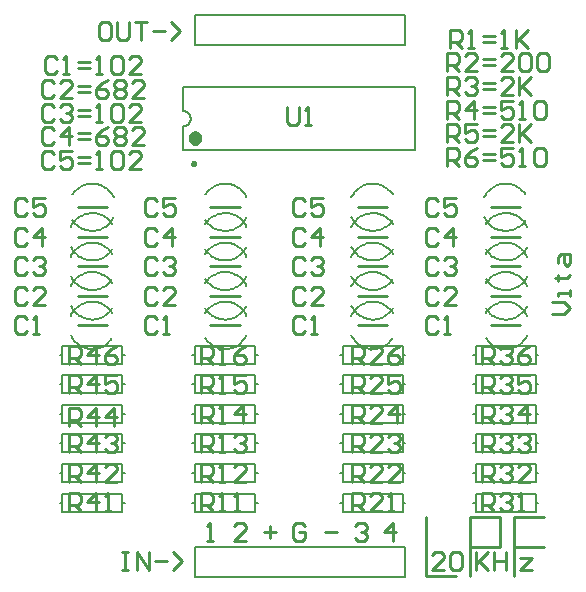
<source format=gto>
%FSTAX23Y23*%
%MOIN*%
%SFA1B1*%

%IPPOS*%
%ADD10C,0.010000*%
%ADD18C,0.007874*%
%ADD19C,0.023622*%
%ADD20C,0.009843*%
%LNlpf-1*%
%LPD*%
G54D10*
X06525Y06151D02*
Y06348D01*
Y06151D02*
X06624D01*
X06673D02*
Y06348D01*
X06771*
Y0625D02*
Y06348D01*
X06673Y0625D02*
X06771D01*
X0682D02*
X06919D01*
X0682Y06151D02*
Y06348D01*
X06919*
X06742Y06988D02*
X0684D01*
X06742Y07086D02*
X0684D01*
X06742Y07185D02*
X0684D01*
X06742Y07283D02*
X0684D01*
X06742Y07381D02*
X0684D01*
X06299Y06988D02*
X06397D01*
X06299Y07086D02*
X06397D01*
X06299Y07185D02*
X06397D01*
X06299Y07283D02*
X06397D01*
X06299Y07381D02*
X06397D01*
X05807Y06988D02*
X05905D01*
X05807Y07086D02*
X05905D01*
X05807Y07185D02*
X05905D01*
X05807Y07283D02*
X05905D01*
X05807Y07381D02*
X05905D01*
X05364Y06988D02*
X05462D01*
X05364Y07086D02*
X05462D01*
X05364Y07185D02*
X05462D01*
X05364Y07283D02*
X05462D01*
X05364Y07381D02*
X05462D01*
X06947Y07027D02*
X06987D01*
X07007Y07047*
X06987Y07067*
X06947*
X07007Y07087D02*
Y07107D01*
Y07097*
X06967*
Y07087*
X06957Y07147D02*
X06967D01*
Y07137*
Y07157*
Y07147*
X06997*
X07007Y07157*
X06967Y07197D02*
Y07217D01*
X06977Y07227*
X07007*
Y07197*
X06997Y07187*
X06987Y07197*
Y07227*
X06417Y06269D02*
Y06329D01*
X06387Y06299*
X06427*
X06289Y06319D02*
X06299Y06329D01*
X06319*
X06329Y06319*
Y06309*
X06319Y06299*
X06309*
X06319*
X06329Y06289*
Y06279*
X06319Y06269*
X06299*
X06289Y06279*
X0619Y06299D02*
X0623D01*
X06122Y06319D02*
X06112Y06329D01*
X06092*
X06082Y06319*
Y06279*
X06092Y06269*
X06112*
X06122Y06279*
Y06299*
X06102*
X05984D02*
X06024D01*
X06004Y06319D02*
Y06279D01*
X05925Y06269D02*
X05885D01*
X05925Y06309*
Y06319*
X05915Y06329*
X05895*
X05885Y06319*
X0684Y06211D02*
X0688D01*
X0684Y06171*
X0688*
X06692Y06231D02*
Y06171D01*
Y06191*
X06732Y06231*
X06702Y06201*
X06732Y06171*
X06752Y06231D02*
Y06171D01*
Y06201*
X06792*
Y06231*
Y06171*
X06585D02*
X06545D01*
X06585Y06211*
Y06221*
X06575Y06231*
X06555*
X06545Y06221*
X06605D02*
X06615Y06231D01*
X06635*
X06645Y06221*
Y06181*
X06635Y06171*
X06615*
X06605Y06181*
Y06221*
X05511Y06231D02*
X05531D01*
X05521*
Y06171*
X05511*
X05531*
X05561D02*
Y06231D01*
X05601Y06171*
Y06231*
X05621Y06201D02*
X05661D01*
X05681Y06171D02*
X05711Y06201D01*
X05681Y06231*
X06604Y07913D02*
Y07973D01*
X06634*
X06644Y07963*
Y07943*
X06634Y07933*
X06604*
X06624D02*
X06644Y07913D01*
X06664D02*
X06684D01*
X06674*
Y07973*
X06664Y07963*
X06714Y07933D02*
X06754D01*
X06714Y07953D02*
X06754D01*
X06774Y07913D02*
X06794D01*
X06784*
Y07973*
X06774Y07963*
X06824Y07973D02*
Y07913D01*
Y07933*
X06864Y07973*
X06834Y07943*
X06864Y07913*
X06594Y07834D02*
Y07894D01*
X06624*
X06634Y07884*
Y07864*
X06624Y07854*
X06594*
X06614D02*
X06634Y07834D01*
X06694D02*
X06654D01*
X06694Y07874*
Y07884*
X06684Y07894*
X06664*
X06654Y07884*
X06714Y07854D02*
X06754D01*
X06714Y07874D02*
X06754D01*
X06814Y07834D02*
X06774D01*
X06814Y07874*
Y07884*
X06804Y07894*
X06784*
X06774Y07884*
X06834D02*
X06844Y07894D01*
X06864*
X06874Y07884*
Y07844*
X06864Y07834*
X06844*
X06834Y07844*
Y07884*
X06894D02*
X06904Y07894D01*
X06924*
X06934Y07884*
Y07844*
X06924Y07834*
X06904*
X06894Y07844*
Y07884*
X06594Y07755D02*
Y07815D01*
X06624*
X06634Y07805*
Y07785*
X06624Y07775*
X06594*
X06614D02*
X06634Y07755D01*
X06654Y07805D02*
X06664Y07815D01*
X06684*
X06694Y07805*
Y07795*
X06684Y07785*
X06674*
X06684*
X06694Y07775*
Y07765*
X06684Y07755*
X06664*
X06654Y07765*
X06714Y07775D02*
X06754D01*
X06714Y07795D02*
X06754D01*
X06814Y07755D02*
X06774D01*
X06814Y07795*
Y07805*
X06804Y07815*
X06784*
X06774Y07805*
X06834Y07815D02*
Y07755D01*
Y07775*
X06874Y07815*
X06844Y07785*
X06874Y07755*
X06594Y07677D02*
Y07737D01*
X06624*
X06634Y07727*
Y07707*
X06624Y07697*
X06594*
X06614D02*
X06634Y07677D01*
X06684D02*
Y07737D01*
X06654Y07707*
X06694*
X06714Y07697D02*
X06754D01*
X06714Y07717D02*
X06754D01*
X06814Y07737D02*
X06774D01*
Y07707*
X06794Y07717*
X06804*
X06814Y07707*
Y07687*
X06804Y07677*
X06784*
X06774Y07687*
X06834Y07677D02*
X06854D01*
X06844*
Y07737*
X06834Y07727*
X06884D02*
X06894Y07737D01*
X06914*
X06924Y07727*
Y07687*
X06914Y07677*
X06894*
X06884Y07687*
Y07727*
X06594Y07598D02*
Y07658D01*
X06624*
X06634Y07648*
Y07628*
X06624Y07618*
X06594*
X06614D02*
X06634Y07598D01*
X06694Y07658D02*
X06654D01*
Y07628*
X06674Y07638*
X06684*
X06694Y07628*
Y07608*
X06684Y07598*
X06664*
X06654Y07608*
X06714Y07618D02*
X06754D01*
X06714Y07638D02*
X06754D01*
X06814Y07598D02*
X06774D01*
X06814Y07638*
Y07648*
X06804Y07658*
X06784*
X06774Y07648*
X06834Y07658D02*
Y07598D01*
Y07618*
X06874Y07658*
X06844Y07628*
X06874Y07598*
X06594Y07519D02*
Y07579D01*
X06624*
X06634Y07569*
Y07549*
X06624Y07539*
X06594*
X06614D02*
X06634Y07519D01*
X06694Y07579D02*
X06674Y07569D01*
X06654Y07549*
Y07529*
X06664Y07519*
X06684*
X06694Y07529*
Y07539*
X06684Y07549*
X06654*
X06714Y07539D02*
X06754D01*
X06714Y07559D02*
X06754D01*
X06814Y07579D02*
X06774D01*
Y07549*
X06794Y07559*
X06804*
X06814Y07549*
Y07529*
X06804Y07519*
X06784*
X06774Y07529*
X06834Y07519D02*
X06854D01*
X06844*
Y07579*
X06834Y07569*
X06884D02*
X06894Y07579D01*
X06914*
X06924Y07569*
Y07529*
X06914Y07519*
X06894*
X06884Y07529*
Y07569*
X05286Y07559D02*
X05276Y07569D01*
X05256*
X05246Y07559*
Y07519*
X05256Y07509*
X05276*
X05286Y07519*
X05346Y07569D02*
X05306D01*
Y07539*
X05326Y07549*
X05336*
X05346Y07539*
Y07519*
X05336Y07509*
X05316*
X05306Y07519*
X05366Y07529D02*
X05406D01*
X05366Y07549D02*
X05406D01*
X05426Y07509D02*
X05446D01*
X05436*
Y07569*
X05426Y07559*
X05475D02*
X05485Y07569D01*
X05505*
X05515Y07559*
Y07519*
X05505Y07509*
X05485*
X05475Y07519*
Y07559*
X05575Y07509D02*
X05535D01*
X05575Y07549*
Y07559*
X05565Y07569*
X05545*
X05535Y07559*
X05286Y07638D02*
X05276Y07648D01*
X05256*
X05246Y07638*
Y07598*
X05256Y07588*
X05276*
X05286Y07598*
X05336Y07588D02*
Y07648D01*
X05306Y07618*
X05346*
X05366Y07608D02*
X05406D01*
X05366Y07628D02*
X05406D01*
X05465Y07648D02*
X05446Y07638D01*
X05426Y07618*
Y07598*
X05436Y07588*
X05455*
X05465Y07598*
Y07608*
X05455Y07618*
X05426*
X05485Y07638D02*
X05495Y07648D01*
X05515*
X05525Y07638*
Y07628*
X05515Y07618*
X05525Y07608*
Y07598*
X05515Y07588*
X05495*
X05485Y07598*
Y07608*
X05495Y07618*
X05485Y07628*
Y07638*
X05495Y07618D02*
X05515D01*
X05585Y07588D02*
X05545D01*
X05585Y07628*
Y07638*
X05575Y07648*
X05555*
X05545Y07638*
X05286Y07717D02*
X05276Y07727D01*
X05256*
X05246Y07717*
Y07677*
X05256Y07667*
X05276*
X05286Y07677*
X05306Y07717D02*
X05316Y07727D01*
X05336*
X05346Y07717*
Y07707*
X05336Y07697*
X05326*
X05336*
X05346Y07687*
Y07677*
X05336Y07667*
X05316*
X05306Y07677*
X05366Y07687D02*
X05406D01*
X05366Y07707D02*
X05406D01*
X05426Y07667D02*
X05446D01*
X05436*
Y07727*
X05426Y07717*
X05475D02*
X05485Y07727D01*
X05505*
X05515Y07717*
Y07677*
X05505Y07667*
X05485*
X05475Y07677*
Y07717*
X05575Y07667D02*
X05535D01*
X05575Y07707*
Y07717*
X05565Y07727*
X05545*
X05535Y07717*
X05286Y07796D02*
X05276Y07806D01*
X05256*
X05246Y07796*
Y07756*
X05256Y07746*
X05276*
X05286Y07756*
X05346Y07746D02*
X05306D01*
X05346Y07786*
Y07796*
X05336Y07806*
X05316*
X05306Y07796*
X05366Y07766D02*
X05406D01*
X05366Y07786D02*
X05406D01*
X05465Y07806D02*
X05446Y07796D01*
X05426Y07776*
Y07756*
X05436Y07746*
X05455*
X05465Y07756*
Y07766*
X05455Y07776*
X05426*
X05485Y07796D02*
X05495Y07806D01*
X05515*
X05525Y07796*
Y07786*
X05515Y07776*
X05525Y07766*
Y07756*
X05515Y07746*
X05495*
X05485Y07756*
Y07766*
X05495Y07776*
X05485Y07786*
Y07796*
X05495Y07776D02*
X05515D01*
X05585Y07746D02*
X05545D01*
X05585Y07786*
Y07796*
X05575Y07806*
X05555*
X05545Y07796*
X05295Y07874D02*
X05285Y07884D01*
X05265*
X05255Y07874*
Y07834*
X05265Y07824*
X05285*
X05295Y07834*
X05315Y07824D02*
X05335D01*
X05325*
Y07884*
X05315Y07874*
X05365Y07844D02*
X05405D01*
X05365Y07864D02*
X05405D01*
X05425Y07824D02*
X05445D01*
X05435*
Y07884*
X05425Y07874*
X05475D02*
X05485Y07884D01*
X05505*
X05515Y07874*
Y07834*
X05505Y07824*
X05485*
X05475Y07834*
Y07874*
X05575Y07824D02*
X05535D01*
X05575Y07864*
Y07874*
X05565Y07884*
X05545*
X05535Y07874*
X06565Y07402D02*
X06555Y07412D01*
X06535*
X06525Y07402*
Y07362*
X06535Y07352*
X06555*
X06565Y07362*
X06625Y07412D02*
X06585D01*
Y07382*
X06605Y07392*
X06615*
X06625Y07382*
Y07362*
X06615Y07352*
X06595*
X06585Y07362*
X06565Y07303D02*
X06555Y07313D01*
X06535*
X06525Y07303*
Y07263*
X06535Y07253*
X06555*
X06565Y07263*
X06615Y07253D02*
Y07313D01*
X06585Y07283*
X06625*
X06565Y07205D02*
X06555Y07215D01*
X06535*
X06525Y07205*
Y07165*
X06535Y07155*
X06555*
X06565Y07165*
X06585Y07205D02*
X06595Y07215D01*
X06615*
X06625Y07205*
Y07195*
X06615Y07185*
X06605*
X06615*
X06625Y07175*
Y07165*
X06615Y07155*
X06595*
X06585Y07165*
X06565Y07107D02*
X06555Y07117D01*
X06535*
X06525Y07107*
Y07067*
X06535Y07057*
X06555*
X06565Y07067*
X06625Y07057D02*
X06585D01*
X06625Y07097*
Y07107*
X06615Y07117*
X06595*
X06585Y07107*
X06565Y07008D02*
X06555Y07018D01*
X06535*
X06525Y07008*
Y06968*
X06535Y06958*
X06555*
X06565Y06968*
X06585Y06958D02*
X06605D01*
X06595*
Y07018*
X06585Y07008*
X06122Y07402D02*
X06112Y07412D01*
X06092*
X06082Y07402*
Y07362*
X06092Y07352*
X06112*
X06122Y07362*
X06182Y07412D02*
X06142D01*
Y07382*
X06162Y07392*
X06172*
X06182Y07382*
Y07362*
X06172Y07352*
X06152*
X06142Y07362*
X06122Y07303D02*
X06112Y07313D01*
X06092*
X06082Y07303*
Y07263*
X06092Y07253*
X06112*
X06122Y07263*
X06172Y07253D02*
Y07313D01*
X06142Y07283*
X06182*
X06122Y07205D02*
X06112Y07215D01*
X06092*
X06082Y07205*
Y07165*
X06092Y07155*
X06112*
X06122Y07165*
X06142Y07205D02*
X06152Y07215D01*
X06172*
X06182Y07205*
Y07195*
X06172Y07185*
X06162*
X06172*
X06182Y07175*
Y07165*
X06172Y07155*
X06152*
X06142Y07165*
X06122Y07107D02*
X06112Y07117D01*
X06092*
X06082Y07107*
Y07067*
X06092Y07057*
X06112*
X06122Y07067*
X06182Y07057D02*
X06142D01*
X06182Y07097*
Y07107*
X06172Y07117*
X06152*
X06142Y07107*
X06122Y07008D02*
X06112Y07018D01*
X06092*
X06082Y07008*
Y06968*
X06092Y06958*
X06112*
X06122Y06968*
X06142Y06958D02*
X06162D01*
X06152*
Y07018*
X06142Y07008*
X0563Y07402D02*
X0562Y07412D01*
X056*
X0559Y07402*
Y07362*
X056Y07352*
X0562*
X0563Y07362*
X0569Y07412D02*
X0565D01*
Y07382*
X0567Y07392*
X0568*
X0569Y07382*
Y07362*
X0568Y07352*
X0566*
X0565Y07362*
X0563Y07303D02*
X0562Y07313D01*
X056*
X0559Y07303*
Y07263*
X056Y07253*
X0562*
X0563Y07263*
X0568Y07253D02*
Y07313D01*
X0565Y07283*
X0569*
X0563Y07205D02*
X0562Y07215D01*
X056*
X0559Y07205*
Y07165*
X056Y07155*
X0562*
X0563Y07165*
X0565Y07205D02*
X0566Y07215D01*
X0568*
X0569Y07205*
Y07195*
X0568Y07185*
X0567*
X0568*
X0569Y07175*
Y07165*
X0568Y07155*
X0566*
X0565Y07165*
X0563Y07107D02*
X0562Y07117D01*
X056*
X0559Y07107*
Y07067*
X056Y07057*
X0562*
X0563Y07067*
X0569Y07057D02*
X0565D01*
X0569Y07097*
Y07107*
X0568Y07117*
X0566*
X0565Y07107*
X0563Y07008D02*
X0562Y07018D01*
X056*
X0559Y07008*
Y06968*
X056Y06958*
X0562*
X0563Y06968*
X0565Y06958D02*
X0567D01*
X0566*
Y07018*
X0565Y07008*
X05467Y08D02*
X05447D01*
X05437Y0799*
Y0795*
X05447Y0794*
X05467*
X05476Y0795*
Y0799*
X05467Y08*
X05496D02*
Y0795D01*
X05506Y0794*
X05526*
X05536Y0795*
Y08*
X05556D02*
X05596D01*
X05576*
Y0794*
X05616Y0797D02*
X05656D01*
X05676Y0794D02*
X05706Y0797D01*
X05676Y08*
X05197Y07402D02*
X05187Y07412D01*
X05167*
X05157Y07402*
Y07362*
X05167Y07352*
X05187*
X05197Y07362*
X05257Y07412D02*
X05217D01*
Y07382*
X05237Y07392*
X05247*
X05257Y07382*
Y07362*
X05247Y07352*
X05227*
X05217Y07362*
X05197Y07303D02*
X05187Y07313D01*
X05167*
X05157Y07303*
Y07263*
X05167Y07253*
X05187*
X05197Y07263*
X05247Y07253D02*
Y07313D01*
X05217Y07283*
X05257*
X05197Y07205D02*
X05187Y07215D01*
X05167*
X05157Y07205*
Y07165*
X05167Y07155*
X05187*
X05197Y07165*
X05217Y07205D02*
X05227Y07215D01*
X05247*
X05257Y07205*
Y07195*
X05247Y07185*
X05237*
X05247*
X05257Y07175*
Y07165*
X05247Y07155*
X05227*
X05217Y07165*
X05197Y07107D02*
X05187Y07117D01*
X05167*
X05157Y07107*
Y07067*
X05167Y07057*
X05187*
X05197Y07067*
X05257Y07057D02*
X05217D01*
X05257Y07097*
Y07107*
X05247Y07117*
X05227*
X05217Y07107*
X05197Y07008D02*
X05187Y07018D01*
X05167*
X05157Y07008*
Y06968*
X05167Y06958*
X05187*
X05197Y06968*
X05217Y06958D02*
X05237D01*
X05227*
Y07018*
X05217Y07008*
X06712Y0686D02*
Y0692D01*
X06742*
X06752Y0691*
Y0689*
X06742Y0688*
X06712*
X06732D02*
X06752Y0686D01*
X06772Y0691D02*
X06782Y0692D01*
X06802*
X06812Y0691*
Y069*
X06802Y0689*
X06792*
X06802*
X06812Y0688*
Y0687*
X06802Y0686*
X06782*
X06772Y0687*
X06872Y0692D02*
X06852Y0691D01*
X06832Y0689*
Y0687*
X06842Y0686*
X06862*
X06872Y0687*
Y0688*
X06862Y0689*
X06832*
X06279Y0686D02*
Y0692D01*
X06309*
X06319Y0691*
Y0689*
X06309Y0688*
X06279*
X06299D02*
X06319Y0686D01*
X06379D02*
X06339D01*
X06379Y069*
Y0691*
X06369Y0692*
X06349*
X06339Y0691*
X06439Y0692D02*
X06419Y0691D01*
X06399Y0689*
Y0687*
X06409Y0686*
X06429*
X06439Y0687*
Y0688*
X06429Y0689*
X06399*
X05777Y0686D02*
Y0692D01*
X05807*
X05817Y0691*
Y0689*
X05807Y0688*
X05777*
X05797D02*
X05817Y0686D01*
X05837D02*
X05857D01*
X05847*
Y0692*
X05837Y0691*
X05927Y0692D02*
X05907Y0691D01*
X05887Y0689*
Y0687*
X05897Y0686*
X05917*
X05927Y0687*
Y0688*
X05917Y0689*
X05887*
X05334Y0686D02*
Y0692D01*
X05364*
X05374Y0691*
Y0689*
X05364Y0688*
X05334*
X05354D02*
X05374Y0686D01*
X05424D02*
Y0692D01*
X05394Y0689*
X05434*
X05494Y0692D02*
X05474Y0691D01*
X05454Y0689*
Y0687*
X05464Y0686*
X05484*
X05494Y0687*
Y0688*
X05484Y0689*
X05454*
X05797Y06269D02*
X05817D01*
X05807*
Y06329*
X05797Y06319*
X05334Y06761D02*
Y06821D01*
X05364*
X05374Y06811*
Y06791*
X05364Y06781*
X05334*
X05354D02*
X05374Y06761D01*
X05424D02*
Y06821D01*
X05394Y06791*
X05434*
X05494Y06821D02*
X05454D01*
Y06791*
X05474Y06801*
X05484*
X05494Y06791*
Y06771*
X05484Y06761*
X05464*
X05454Y06771*
X05777Y06466D02*
Y06526D01*
X05807*
X05817Y06516*
Y06496*
X05807Y06486*
X05777*
X05797D02*
X05817Y06466D01*
X05837D02*
X05857D01*
X05847*
Y06526*
X05837Y06516*
X05927Y06466D02*
X05887D01*
X05927Y06506*
Y06516*
X05917Y06526*
X05897*
X05887Y06516*
X05777Y06564D02*
Y06624D01*
X05807*
X05817Y06614*
Y06594*
X05807Y06584*
X05777*
X05797D02*
X05817Y06564D01*
X05837D02*
X05857D01*
X05847*
Y06624*
X05837Y06614*
X05887D02*
X05897Y06624D01*
X05917*
X05927Y06614*
Y06604*
X05917Y06594*
X05907*
X05917*
X05927Y06584*
Y06574*
X05917Y06564*
X05897*
X05887Y06574*
X05777Y06663D02*
Y06723D01*
X05807*
X05817Y06713*
Y06693*
X05807Y06683*
X05777*
X05797D02*
X05817Y06663D01*
X05837D02*
X05857D01*
X05847*
Y06723*
X05837Y06713*
X05917Y06663D02*
Y06723D01*
X05887Y06693*
X05927*
X05777Y06761D02*
Y06821D01*
X05807*
X05817Y06811*
Y06791*
X05807Y06781*
X05777*
X05797D02*
X05817Y06761D01*
X05837D02*
X05857D01*
X05847*
Y06821*
X05837Y06811*
X05927Y06821D02*
X05887D01*
Y06791*
X05907Y06801*
X05917*
X05927Y06791*
Y06771*
X05917Y06761*
X05897*
X05887Y06771*
X06279Y06368D02*
Y06428D01*
X06309*
X06319Y06418*
Y06398*
X06309Y06388*
X06279*
X06299D02*
X06319Y06368D01*
X06379D02*
X06339D01*
X06379Y06408*
Y06418*
X06369Y06428*
X06349*
X06339Y06418*
X06399Y06368D02*
X06419D01*
X06409*
Y06428*
X06399Y06418*
X06279Y06466D02*
Y06526D01*
X06309*
X06319Y06516*
Y06496*
X06309Y06486*
X06279*
X06299D02*
X06319Y06466D01*
X06379D02*
X06339D01*
X06379Y06506*
Y06516*
X06369Y06526*
X06349*
X06339Y06516*
X06439Y06466D02*
X06399D01*
X06439Y06506*
Y06516*
X06429Y06526*
X06409*
X06399Y06516*
X06279Y06564D02*
Y06624D01*
X06309*
X06319Y06614*
Y06594*
X06309Y06584*
X06279*
X06299D02*
X06319Y06564D01*
X06379D02*
X06339D01*
X06379Y06604*
Y06614*
X06369Y06624*
X06349*
X06339Y06614*
X06399D02*
X06409Y06624D01*
X06429*
X06439Y06614*
Y06604*
X06429Y06594*
X06419*
X06429*
X06439Y06584*
Y06574*
X06429Y06564*
X06409*
X06399Y06574*
X06279Y06663D02*
Y06723D01*
X06309*
X06319Y06713*
Y06693*
X06309Y06683*
X06279*
X06299D02*
X06319Y06663D01*
X06379D02*
X06339D01*
X06379Y06703*
Y06713*
X06369Y06723*
X06349*
X06339Y06713*
X06429Y06663D02*
Y06723D01*
X06399Y06693*
X06439*
X06279Y06761D02*
Y06821D01*
X06309*
X06319Y06811*
Y06791*
X06309Y06781*
X06279*
X06299D02*
X06319Y06761D01*
X06379D02*
X06339D01*
X06379Y06801*
Y06811*
X06369Y06821*
X06349*
X06339Y06811*
X06439Y06821D02*
X06399D01*
Y06791*
X06419Y06801*
X06429*
X06439Y06791*
Y06771*
X06429Y06761*
X06409*
X06399Y06771*
X06712Y06368D02*
Y06428D01*
X06742*
X06752Y06418*
Y06398*
X06742Y06388*
X06712*
X06732D02*
X06752Y06368D01*
X06772Y06418D02*
X06782Y06428D01*
X06802*
X06812Y06418*
Y06408*
X06802Y06398*
X06792*
X06802*
X06812Y06388*
Y06378*
X06802Y06368*
X06782*
X06772Y06378*
X06832Y06368D02*
X06852D01*
X06842*
Y06428*
X06832Y06418*
X06712Y06466D02*
Y06526D01*
X06742*
X06752Y06516*
Y06496*
X06742Y06486*
X06712*
X06732D02*
X06752Y06466D01*
X06772Y06516D02*
X06782Y06526D01*
X06802*
X06812Y06516*
Y06506*
X06802Y06496*
X06792*
X06802*
X06812Y06486*
Y06476*
X06802Y06466*
X06782*
X06772Y06476*
X06872Y06466D02*
X06832D01*
X06872Y06506*
Y06516*
X06862Y06526*
X06842*
X06832Y06516*
X06712Y06564D02*
Y06624D01*
X06742*
X06752Y06614*
Y06594*
X06742Y06584*
X06712*
X06732D02*
X06752Y06564D01*
X06772Y06614D02*
X06782Y06624D01*
X06802*
X06812Y06614*
Y06604*
X06802Y06594*
X06792*
X06802*
X06812Y06584*
Y06574*
X06802Y06564*
X06782*
X06772Y06574*
X06832Y06614D02*
X06842Y06624D01*
X06862*
X06872Y06614*
Y06604*
X06862Y06594*
X06852*
X06862*
X06872Y06584*
Y06574*
X06862Y06564*
X06842*
X06832Y06574*
X06712Y06663D02*
Y06723D01*
X06742*
X06752Y06713*
Y06693*
X06742Y06683*
X06712*
X06732D02*
X06752Y06663D01*
X06772Y06713D02*
X06782Y06723D01*
X06802*
X06812Y06713*
Y06703*
X06802Y06693*
X06792*
X06802*
X06812Y06683*
Y06673*
X06802Y06663*
X06782*
X06772Y06673*
X06862Y06663D02*
Y06723D01*
X06832Y06693*
X06872*
X06712Y06761D02*
Y06821D01*
X06742*
X06752Y06811*
Y06791*
X06742Y06781*
X06712*
X06732D02*
X06752Y06761D01*
X06772Y06811D02*
X06782Y06821D01*
X06802*
X06812Y06811*
Y06801*
X06802Y06791*
X06792*
X06802*
X06812Y06781*
Y06771*
X06802Y06761*
X06782*
X06772Y06771*
X06872Y06821D02*
X06832D01*
Y06791*
X06852Y06801*
X06862*
X06872Y06791*
Y06771*
X06862Y06761*
X06842*
X06832Y06771*
X05334Y06368D02*
Y06428D01*
X05364*
X05374Y06418*
Y06398*
X05364Y06388*
X05334*
X05354D02*
X05374Y06368D01*
X05424D02*
Y06428D01*
X05394Y06398*
X05434*
X05454Y06368D02*
X05474D01*
X05464*
Y06428*
X05454Y06418*
X05334Y06466D02*
Y06526D01*
X05364*
X05374Y06516*
Y06496*
X05364Y06486*
X05334*
X05354D02*
X05374Y06466D01*
X05424D02*
Y06526D01*
X05394Y06496*
X05434*
X05494Y06466D02*
X05454D01*
X05494Y06506*
Y06516*
X05484Y06526*
X05464*
X05454Y06516*
X05334Y06564D02*
Y06624D01*
X05364*
X05374Y06614*
Y06594*
X05364Y06584*
X05334*
X05354D02*
X05374Y06564D01*
X05424D02*
Y06624D01*
X05394Y06594*
X05434*
X05454Y06614D02*
X05464Y06624D01*
X05484*
X05494Y06614*
Y06604*
X05484Y06594*
X05474*
X05484*
X05494Y06584*
Y06574*
X05484Y06564*
X05464*
X05454Y06574*
X05334Y06653D02*
Y06713D01*
X05364*
X05374Y06703*
Y06683*
X05364Y06673*
X05334*
X05354D02*
X05374Y06653D01*
X05424D02*
Y06713D01*
X05394Y06683*
X05434*
X05484Y06653D02*
Y06713D01*
X05454Y06683*
X05494*
X06062Y07717D02*
Y07667D01*
X06072Y07657*
X06092*
X06102Y07667*
Y07717*
X06122Y07657D02*
X06142D01*
X06132*
Y07717*
X06122Y07707*
X05777Y06368D02*
Y06428D01*
X05807*
X05817Y06418*
Y06398*
X05807Y06388*
X05777*
X05797D02*
X05817Y06368D01*
X05837D02*
X05857D01*
X05847*
Y06428*
X05837Y06418*
X05887Y06368D02*
X05907D01*
X05897*
Y06428*
X05887Y06418*
G54D18*
X06719Y07349D02*
D01*
X06722Y07344*
X06724Y07339*
X06728Y07334*
X06731Y0733*
X06735Y07326*
X06739Y07322*
X06743Y07319*
X06747Y07316*
X06752Y07313*
X06757Y0731*
X06762Y07308*
X06767Y07306*
X06773Y07305*
X06778Y07304*
X06783Y07303*
X06789Y07303*
X06794Y07303*
X068Y07303*
X06805Y07304*
X06811Y07305*
X06816Y07307*
X06821Y07309*
X06826Y07311*
X06831Y07314*
X06836Y07317*
X0684Y0732*
X06844Y07323*
X06848Y07327*
X06852Y07331*
X06855Y07336*
X06857Y07339*
Y07424D02*
D01*
X06854Y07428*
X06851Y07433*
X06847Y07437*
X06843Y0744*
X06839Y07444*
X06834Y07447*
X0683Y0745*
X06825Y07452*
X0682Y07455*
X06814Y07456*
X06809Y07458*
X06804Y07459*
X06798Y0746*
X06793Y0746*
X06787Y0746*
X06782Y0746*
X06776Y07459*
X06771Y07458*
X06766Y07456*
X06761Y07454*
X06756Y07452*
X06751Y07449*
X06746Y07446*
X06742Y07443*
X06738Y07439*
X06734Y07436*
X0673Y07431*
X06727Y07427*
X06724Y07423*
X06721Y07418*
X06719Y07414*
X06862Y07316D02*
D01*
X0686Y07321*
X06857Y07325*
X06854Y0733*
X06851Y07334*
X06847Y07338*
X06843Y07342*
X06839Y07345*
X06834Y07349*
X0683Y07352*
X06825Y07354*
X0682Y07356*
X06814Y07358*
X06809Y0736*
X06804Y07361*
X06798Y07361*
X06793Y07362*
X06787Y07362*
X06782Y07361*
X06776Y0736*
X06771Y07359*
X06766Y07358*
X06761Y07356*
X06756Y07353*
X06751Y07351*
X06746Y07348*
X06742Y07345*
X06738Y07341*
X06734Y07337*
X0673Y07333*
X06727Y07329*
X06724Y07325*
Y07241D02*
D01*
X06728Y07236*
X06731Y07232*
X06735Y07228*
X06739Y07224*
X06743Y0722*
X06747Y07217*
X06752Y07214*
X06757Y07212*
X06762Y0721*
X06767Y07208*
X06772Y07206*
X06778Y07205*
X06783Y07205*
X06789Y07204*
X06794Y07204*
X068Y07205*
X06805Y07206*
X06811Y07207*
X06816Y07208*
X06821Y0721*
X06826Y07213*
X06831Y07215*
X06835Y07218*
X0684Y07221*
X06844Y07225*
X06848Y07229*
X06852Y07233*
X06855Y07237*
X06858Y07242*
X06861Y07247*
X06862Y0725*
Y07217D02*
D01*
X0686Y07222*
X06857Y07227*
X06854Y07231*
X06851Y07236*
X06847Y0724*
X06843Y07244*
X06839Y07247*
X06834Y0725*
X0683Y07253*
X06825Y07256*
X0682Y07258*
X06814Y0726*
X06809Y07261*
X06804Y07262*
X06798Y07263*
X06793Y07263*
X06787Y07263*
X06782Y07263*
X06776Y07262*
X06771Y07261*
X06766Y07259*
X06761Y07257*
X06756Y07255*
X06751Y07252*
X06746Y07249*
X06742Y07246*
X06738Y07243*
X06734Y07239*
X0673Y07235*
X06727Y0723*
X06724Y07227*
Y07142D02*
D01*
X06728Y07138*
X06731Y07133*
X06735Y07129*
X06739Y07126*
X06743Y07122*
X06747Y07119*
X06752Y07116*
X06757Y07113*
X06762Y07111*
X06767Y07109*
X06772Y07108*
X06778Y07107*
X06783Y07106*
X06789Y07106*
X06794Y07106*
X068Y07106*
X06805Y07107*
X06811Y07108*
X06816Y0711*
X06821Y07112*
X06826Y07114*
X06831Y07117*
X06835Y0712*
X0684Y07123*
X06844Y07126*
X06848Y0713*
X06852Y07134*
X06855Y07139*
X06858Y07143*
X06861Y07148*
X06862Y07152*
Y07119D02*
D01*
X0686Y07124*
X06857Y07129*
X06854Y07133*
X06851Y07137*
X06847Y07141*
X06843Y07145*
X06839Y07149*
X06834Y07152*
X0683Y07155*
X06825Y07157*
X0682Y07159*
X06814Y07161*
X06809Y07163*
X06804Y07164*
X06798Y07165*
X06793Y07165*
X06787Y07165*
X06782Y07164*
X06776Y07164*
X06771Y07162*
X06766Y07161*
X06761Y07159*
X06756Y07157*
X06751Y07154*
X06746Y07151*
X06742Y07148*
X06738Y07144*
X06734Y0714*
X0673Y07136*
X06727Y07132*
X06724Y07128*
Y07044D02*
D01*
X06728Y07039*
X06731Y07035*
X06735Y07031*
X06739Y07027*
X06743Y07024*
X06747Y0702*
X06752Y07018*
X06757Y07015*
X06762Y07013*
X06767Y07011*
X06772Y0701*
X06778Y07008*
X06783Y07008*
X06789Y07007*
X06794Y07007*
X068Y07008*
X06805Y07009*
X06811Y0701*
X06816Y07011*
X06821Y07013*
X06826Y07016*
X06831Y07018*
X06835Y07021*
X0684Y07025*
X06844Y07028*
X06848Y07032*
X06852Y07036*
X06855Y0704*
X06858Y07045*
X06861Y0705*
X06862Y07053*
Y0702D02*
D01*
X0686Y07025*
X06857Y0703*
X06854Y07035*
X06851Y07039*
X06847Y07043*
X06843Y07047*
X06839Y0705*
X06834Y07053*
X0683Y07056*
X06825Y07059*
X0682Y07061*
X06814Y07063*
X06809Y07064*
X06804Y07065*
X06798Y07066*
X06793Y07066*
X06787Y07066*
X06782Y07066*
X06776Y07065*
X06771Y07064*
X06766Y07062*
X06761Y0706*
X06756Y07058*
X06751Y07055*
X06746Y07053*
X06742Y07049*
X06738Y07046*
X06734Y07042*
X0673Y07038*
X06727Y07033*
X06724Y0703*
Y06945D02*
D01*
X06728Y06941*
X06731Y06937*
X06735Y06932*
X06739Y06929*
X06743Y06925*
X06747Y06922*
X06752Y06919*
X06757Y06917*
X06762Y06914*
X06767Y06913*
X06772Y06911*
X06778Y0691*
X06783Y06909*
X06789Y06909*
X06794Y06909*
X068Y06909*
X06805Y0691*
X06811Y06911*
X06816Y06913*
X06821Y06915*
X06826Y06917*
X06831Y0692*
X06835Y06923*
X0684Y06926*
X06844Y0693*
X06848Y06934*
X06852Y06938*
X06855Y06942*
X06858Y06947*
X06861Y06951*
X06862Y06955*
X06276Y07349D02*
D01*
X06279Y07344*
X06282Y07339*
X06285Y07334*
X06288Y0733*
X06292Y07326*
X06296Y07322*
X063Y07319*
X06305Y07316*
X06309Y07313*
X06314Y0731*
X06319Y07308*
X06324Y07306*
X0633Y07305*
X06335Y07304*
X0634Y07303*
X06346Y07303*
X06351Y07303*
X06357Y07303*
X06362Y07304*
X06368Y07305*
X06373Y07307*
X06378Y07309*
X06383Y07311*
X06388Y07314*
X06393Y07317*
X06397Y0732*
X06401Y07323*
X06405Y07327*
X06409Y07331*
X06412Y07336*
X06414Y07339*
Y07424D02*
D01*
X06411Y07428*
X06408Y07433*
X06404Y07437*
X064Y0744*
X06396Y07444*
X06391Y07447*
X06387Y0745*
X06382Y07452*
X06377Y07455*
X06372Y07456*
X06366Y07458*
X06361Y07459*
X06355Y0746*
X0635Y0746*
X06344Y0746*
X06339Y0746*
X06334Y07459*
X06328Y07458*
X06323Y07456*
X06318Y07454*
X06313Y07452*
X06308Y07449*
X06303Y07446*
X06299Y07443*
X06295Y07439*
X06291Y07436*
X06287Y07431*
X06284Y07427*
X06281Y07423*
X06278Y07418*
X06276Y07414*
Y0725D02*
D01*
X06279Y07245*
X06282Y07241*
X06285Y07236*
X06288Y07232*
X06292Y07228*
X06296Y07224*
X063Y0722*
X06305Y07217*
X06309Y07214*
X06314Y07212*
X06319Y0721*
X06324Y07208*
X0633Y07206*
X06335Y07205*
X0634Y07205*
X06346Y07204*
X06351Y07204*
X06357Y07205*
X06362Y07206*
X06368Y07207*
X06373Y07208*
X06378Y0721*
X06383Y07213*
X06388Y07215*
X06393Y07218*
X06397Y07221*
X06401Y07225*
X06405Y07229*
X06409Y07233*
X06412Y07237*
X06414Y07241*
Y07325D02*
D01*
X06411Y0733*
X06408Y07334*
X06404Y07338*
X064Y07342*
X06396Y07345*
X06391Y07349*
X06387Y07352*
X06382Y07354*
X06377Y07356*
X06372Y07358*
X06366Y0736*
X06361Y07361*
X06355Y07361*
X0635Y07362*
X06344Y07362*
X06339Y07361*
X06334Y0736*
X06328Y07359*
X06323Y07358*
X06318Y07356*
X06313Y07353*
X06308Y07351*
X06303Y07348*
X06299Y07345*
X06295Y07341*
X06291Y07337*
X06287Y07333*
X06284Y07329*
X06281Y07324*
X06278Y07319*
X06276Y07316*
Y07152D02*
D01*
X06279Y07147*
X06282Y07142*
X06285Y07138*
X06288Y07133*
X06292Y07129*
X06296Y07125*
X063Y07122*
X06305Y07119*
X06309Y07116*
X06314Y07113*
X06319Y07111*
X06324Y07109*
X0633Y07108*
X06335Y07107*
X0634Y07106*
X06346Y07106*
X06351Y07106*
X06357Y07106*
X06362Y07107*
X06368Y07108*
X06373Y0711*
X06378Y07112*
X06383Y07114*
X06388Y07117*
X06393Y0712*
X06397Y07123*
X06401Y07127*
X06405Y0713*
X06409Y07135*
X06412Y07139*
X06414Y07142*
Y07227D02*
D01*
X06411Y07231*
X06408Y07236*
X06404Y0724*
X064Y07244*
X06396Y07247*
X06391Y0725*
X06387Y07253*
X06382Y07256*
X06377Y07258*
X06372Y0726*
X06366Y07261*
X06361Y07262*
X06355Y07263*
X0635Y07263*
X06344Y07263*
X06339Y07263*
X06334Y07262*
X06328Y07261*
X06323Y07259*
X06318Y07257*
X06313Y07255*
X06308Y07252*
X06303Y07249*
X06299Y07246*
X06295Y07243*
X06291Y07239*
X06287Y07235*
X06284Y0723*
X06281Y07226*
X06278Y07221*
X06276Y07217*
Y07053D02*
D01*
X06279Y07048*
X06282Y07044*
X06285Y07039*
X06288Y07035*
X06292Y07031*
X06296Y07027*
X063Y07024*
X06305Y0702*
X06309Y07018*
X06314Y07015*
X06319Y07013*
X06324Y07011*
X0633Y0701*
X06335Y07008*
X0634Y07008*
X06346Y07007*
X06351Y07007*
X06357Y07008*
X06362Y07009*
X06368Y0701*
X06373Y07011*
X06378Y07013*
X06383Y07016*
X06388Y07018*
X06393Y07021*
X06397Y07025*
X06401Y07028*
X06405Y07032*
X06409Y07036*
X06412Y0704*
X06414Y07044*
Y07128D02*
D01*
X06411Y07133*
X06408Y07137*
X06404Y07141*
X064Y07145*
X06396Y07149*
X06391Y07152*
X06387Y07155*
X06382Y07157*
X06377Y07159*
X06372Y07161*
X06366Y07163*
X06361Y07164*
X06355Y07164*
X0635Y07165*
X06344Y07165*
X06339Y07164*
X06334Y07164*
X06328Y07162*
X06323Y07161*
X06318Y07159*
X06313Y07157*
X06308Y07154*
X06303Y07151*
X06299Y07148*
X06295Y07144*
X06291Y0714*
X06287Y07136*
X06284Y07132*
X06281Y07127*
X06278Y07122*
X06276Y07119*
Y06955D02*
D01*
X06279Y0695*
X06282Y06945*
X06285Y06941*
X06288Y06936*
X06292Y06932*
X06296Y06929*
X063Y06925*
X06305Y06922*
X06309Y06919*
X06314Y06917*
X06319Y06914*
X06324Y06913*
X0633Y06911*
X06335Y0691*
X0634Y06909*
X06346Y06909*
X06351Y06909*
X06357Y06909*
X06362Y0691*
X06368Y06911*
X06373Y06913*
X06378Y06915*
X06383Y06917*
X06388Y0692*
X06393Y06923*
X06397Y06926*
X06401Y0693*
X06405Y06934*
X06409Y06938*
X06412Y06942*
X06414Y06945*
Y0703D02*
D01*
X06411Y07035*
X06408Y07039*
X06404Y07043*
X064Y07047*
X06396Y0705*
X06391Y07053*
X06387Y07056*
X06382Y07059*
X06377Y07061*
X06372Y07063*
X06366Y07064*
X06361Y07065*
X06355Y07066*
X0635Y07066*
X06344Y07066*
X06339Y07066*
X06334Y07065*
X06328Y07064*
X06323Y07062*
X06318Y0706*
X06313Y07058*
X06308Y07056*
X06303Y07053*
X06299Y07049*
X06295Y07046*
X06291Y07042*
X06287Y07038*
X06284Y07033*
X06281Y07029*
X06278Y07024*
X06276Y0702*
X05927Y07414D02*
D01*
X05925Y07419*
X05922Y07424*
X05919Y07428*
X05916Y07433*
X05912Y07437*
X05908Y0744*
X05904Y07444*
X05899Y07447*
X05894Y0745*
X0589Y07453*
X05885Y07455*
X05879Y07457*
X05874Y07458*
X05869Y07459*
X05863Y0746*
X05858Y0746*
X05852Y0746*
X05847Y0746*
X05841Y07459*
X05836Y07458*
X05831Y07456*
X05826Y07454*
X05821Y07452*
X05816Y07449*
X05811Y07446*
X05807Y07443*
X05803Y07439*
X05799Y07436*
X05795Y07431*
X05792Y07427*
X05789Y07424*
Y07339D02*
D01*
X05793Y07335*
X05796Y0733*
X058Y07326*
X05804Y07322*
X05808Y07319*
X05812Y07316*
X05817Y07313*
X05822Y0731*
X05827Y07308*
X05832Y07306*
X05837Y07305*
X05843Y07304*
X05848Y07303*
X05854Y07303*
X05859Y07303*
X05865Y07303*
X0587Y07304*
X05876Y07305*
X05881Y07307*
X05886Y07309*
X05891Y07311*
X05896Y07314*
X059Y07317*
X05905Y0732*
X05909Y07323*
X05913Y07327*
X05917Y07331*
X0592Y07336*
X05923Y0734*
X05926Y07345*
X05927Y07349*
Y07316D02*
D01*
X05925Y07321*
X05922Y07325*
X05919Y0733*
X05916Y07334*
X05912Y07338*
X05908Y07342*
X05904Y07345*
X05899Y07349*
X05894Y07352*
X0589Y07354*
X05885Y07356*
X05879Y07358*
X05874Y0736*
X05869Y07361*
X05863Y07361*
X05858Y07362*
X05852Y07362*
X05847Y07361*
X05841Y0736*
X05836Y07359*
X05831Y07358*
X05826Y07356*
X05821Y07353*
X05816Y07351*
X05811Y07348*
X05807Y07345*
X05803Y07341*
X05799Y07337*
X05795Y07333*
X05792Y07329*
X05789Y07325*
Y07241D02*
D01*
X05793Y07236*
X05796Y07232*
X058Y07228*
X05804Y07224*
X05808Y0722*
X05812Y07217*
X05817Y07214*
X05822Y07212*
X05827Y0721*
X05832Y07208*
X05837Y07206*
X05843Y07205*
X05848Y07205*
X05854Y07204*
X05859Y07204*
X05865Y07205*
X0587Y07206*
X05876Y07207*
X05881Y07208*
X05886Y0721*
X05891Y07213*
X05896Y07215*
X059Y07218*
X05905Y07221*
X05909Y07225*
X05913Y07229*
X05917Y07233*
X0592Y07237*
X05923Y07242*
X05926Y07247*
X05927Y0725*
Y07217D02*
D01*
X05925Y07222*
X05922Y07227*
X05919Y07231*
X05916Y07236*
X05912Y0724*
X05908Y07244*
X05904Y07247*
X05899Y0725*
X05894Y07253*
X0589Y07256*
X05885Y07258*
X05879Y0726*
X05874Y07261*
X05869Y07262*
X05863Y07263*
X05858Y07263*
X05852Y07263*
X05847Y07263*
X05841Y07262*
X05836Y07261*
X05831Y07259*
X05826Y07257*
X05821Y07255*
X05816Y07252*
X05811Y07249*
X05807Y07246*
X05803Y07243*
X05799Y07239*
X05795Y07235*
X05792Y0723*
X05789Y07227*
Y07142D02*
D01*
X05793Y07138*
X05796Y07133*
X058Y07129*
X05804Y07126*
X05808Y07122*
X05812Y07119*
X05817Y07116*
X05822Y07113*
X05827Y07111*
X05832Y07109*
X05837Y07108*
X05843Y07107*
X05848Y07106*
X05854Y07106*
X05859Y07106*
X05865Y07106*
X0587Y07107*
X05876Y07108*
X05881Y0711*
X05886Y07112*
X05891Y07114*
X05896Y07117*
X059Y0712*
X05905Y07123*
X05909Y07126*
X05913Y0713*
X05917Y07134*
X0592Y07139*
X05923Y07143*
X05926Y07148*
X05927Y07152*
Y07119D02*
D01*
X05925Y07124*
X05922Y07129*
X05919Y07133*
X05916Y07137*
X05912Y07141*
X05908Y07145*
X05904Y07149*
X05899Y07152*
X05894Y07155*
X0589Y07157*
X05885Y07159*
X05879Y07161*
X05874Y07163*
X05869Y07164*
X05863Y07165*
X05858Y07165*
X05852Y07165*
X05847Y07164*
X05841Y07164*
X05836Y07162*
X05831Y07161*
X05826Y07159*
X05821Y07157*
X05816Y07154*
X05811Y07151*
X05807Y07148*
X05803Y07144*
X05799Y0714*
X05795Y07136*
X05792Y07132*
X05789Y07128*
Y07044D02*
D01*
X05793Y07039*
X05796Y07035*
X058Y07031*
X05804Y07027*
X05808Y07024*
X05812Y0702*
X05817Y07018*
X05822Y07015*
X05827Y07013*
X05832Y07011*
X05837Y0701*
X05843Y07008*
X05848Y07008*
X05854Y07007*
X05859Y07007*
X05865Y07008*
X0587Y07009*
X05876Y0701*
X05881Y07011*
X05886Y07013*
X05891Y07016*
X05896Y07018*
X059Y07021*
X05905Y07025*
X05909Y07028*
X05913Y07032*
X05917Y07036*
X0592Y0704*
X05923Y07045*
X05926Y0705*
X05927Y07053*
Y0702D02*
D01*
X05925Y07025*
X05922Y0703*
X05919Y07035*
X05916Y07039*
X05912Y07043*
X05908Y07047*
X05904Y0705*
X05899Y07053*
X05894Y07056*
X0589Y07059*
X05885Y07061*
X05879Y07063*
X05874Y07064*
X05869Y07065*
X05863Y07066*
X05858Y07066*
X05852Y07066*
X05847Y07066*
X05841Y07065*
X05836Y07064*
X05831Y07062*
X05826Y0706*
X05821Y07058*
X05816Y07055*
X05811Y07053*
X05807Y07049*
X05803Y07046*
X05799Y07042*
X05795Y07038*
X05792Y07033*
X05789Y0703*
Y06945D02*
D01*
X05793Y06941*
X05796Y06937*
X058Y06932*
X05804Y06929*
X05808Y06925*
X05812Y06922*
X05817Y06919*
X05822Y06917*
X05827Y06914*
X05832Y06913*
X05837Y06911*
X05843Y0691*
X05848Y06909*
X05854Y06909*
X05859Y06909*
X05865Y06909*
X0587Y0691*
X05876Y06911*
X05881Y06913*
X05886Y06915*
X05891Y06917*
X05896Y0692*
X059Y06923*
X05905Y06926*
X05909Y0693*
X05913Y06934*
X05917Y06938*
X0592Y06942*
X05923Y06947*
X05926Y06951*
X05927Y06955*
X05484Y07414D02*
D01*
X05482Y07419*
X05479Y07424*
X05476Y07428*
X05473Y07433*
X05469Y07437*
X05465Y0744*
X05461Y07444*
X05456Y07447*
X05452Y0745*
X05447Y07453*
X05442Y07455*
X05436Y07457*
X05431Y07458*
X05426Y07459*
X0542Y0746*
X05415Y0746*
X05409Y0746*
X05404Y0746*
X05398Y07459*
X05393Y07458*
X05388Y07456*
X05383Y07454*
X05378Y07452*
X05373Y07449*
X05368Y07446*
X05364Y07443*
X0536Y07439*
X05356Y07436*
X05352Y07431*
X05349Y07427*
X05346Y07424*
Y07339D02*
D01*
X0535Y07335*
X05353Y0733*
X05357Y07326*
X05361Y07322*
X05365Y07319*
X05369Y07316*
X05374Y07313*
X05379Y0731*
X05384Y07308*
X05389Y07306*
X05395Y07305*
X054Y07304*
X05405Y07303*
X05411Y07303*
X05416Y07303*
X05422Y07303*
X05427Y07304*
X05433Y07305*
X05438Y07307*
X05443Y07309*
X05448Y07311*
X05453Y07314*
X05458Y07317*
X05462Y0732*
X05466Y07323*
X0547Y07327*
X05474Y07331*
X05477Y07336*
X0548Y0734*
X05483Y07345*
X05484Y07349*
X05341Y0725D02*
D01*
X05344Y07245*
X05347Y07241*
X0535Y07236*
X05353Y07232*
X05357Y07228*
X05361Y07224*
X05365Y0722*
X0537Y07217*
X05374Y07214*
X05379Y07212*
X05384Y0721*
X05389Y07208*
X05395Y07206*
X054Y07205*
X05405Y07205*
X05411Y07204*
X05416Y07204*
X05422Y07205*
X05427Y07206*
X05433Y07207*
X05438Y07208*
X05443Y0721*
X05448Y07213*
X05453Y07215*
X05458Y07218*
X05462Y07221*
X05466Y07225*
X0547Y07229*
X05474Y07233*
X05477Y07237*
X05479Y07241*
Y07325D02*
D01*
X05476Y0733*
X05473Y07334*
X05469Y07338*
X05465Y07342*
X05461Y07345*
X05456Y07349*
X05452Y07352*
X05447Y07354*
X05442Y07356*
X05437Y07358*
X05431Y0736*
X05426Y07361*
X0542Y07361*
X05415Y07362*
X05409Y07362*
X05404Y07361*
X05399Y0736*
X05393Y07359*
X05388Y07358*
X05383Y07356*
X05378Y07353*
X05373Y07351*
X05368Y07348*
X05364Y07345*
X0536Y07341*
X05356Y07337*
X05352Y07333*
X05349Y07329*
X05346Y07324*
X05343Y07319*
X05341Y07316*
Y07152D02*
D01*
X05344Y07147*
X05347Y07142*
X0535Y07138*
X05353Y07133*
X05357Y07129*
X05361Y07125*
X05365Y07122*
X0537Y07119*
X05374Y07116*
X05379Y07113*
X05384Y07111*
X05389Y07109*
X05395Y07108*
X054Y07107*
X05405Y07106*
X05411Y07106*
X05416Y07106*
X05422Y07106*
X05427Y07107*
X05433Y07108*
X05438Y0711*
X05443Y07112*
X05448Y07114*
X05453Y07117*
X05458Y0712*
X05462Y07123*
X05466Y07127*
X0547Y0713*
X05474Y07135*
X05477Y07139*
X05479Y07142*
Y07227D02*
D01*
X05476Y07231*
X05473Y07236*
X05469Y0724*
X05465Y07244*
X05461Y07247*
X05456Y0725*
X05452Y07253*
X05447Y07256*
X05442Y07258*
X05437Y0726*
X05431Y07261*
X05426Y07262*
X0542Y07263*
X05415Y07263*
X05409Y07263*
X05404Y07263*
X05399Y07262*
X05393Y07261*
X05388Y07259*
X05383Y07257*
X05378Y07255*
X05373Y07252*
X05368Y07249*
X05364Y07246*
X0536Y07243*
X05356Y07239*
X05352Y07235*
X05349Y0723*
X05346Y07226*
X05343Y07221*
X05341Y07217*
Y07053D02*
D01*
X05344Y07048*
X05347Y07044*
X0535Y07039*
X05353Y07035*
X05357Y07031*
X05361Y07027*
X05365Y07024*
X0537Y0702*
X05374Y07018*
X05379Y07015*
X05384Y07013*
X05389Y07011*
X05395Y0701*
X054Y07008*
X05405Y07008*
X05411Y07007*
X05416Y07007*
X05422Y07008*
X05427Y07009*
X05433Y0701*
X05438Y07011*
X05443Y07013*
X05448Y07016*
X05453Y07018*
X05458Y07021*
X05462Y07025*
X05466Y07028*
X0547Y07032*
X05474Y07036*
X05477Y0704*
X05479Y07044*
Y07128D02*
D01*
X05476Y07133*
X05473Y07137*
X05469Y07141*
X05465Y07145*
X05461Y07149*
X05456Y07152*
X05452Y07155*
X05447Y07157*
X05442Y07159*
X05437Y07161*
X05431Y07163*
X05426Y07164*
X0542Y07164*
X05415Y07165*
X05409Y07165*
X05404Y07164*
X05399Y07164*
X05393Y07162*
X05388Y07161*
X05383Y07159*
X05378Y07157*
X05373Y07154*
X05368Y07151*
X05364Y07148*
X0536Y07144*
X05356Y0714*
X05352Y07136*
X05349Y07132*
X05346Y07127*
X05343Y07122*
X05341Y07119*
Y06955D02*
D01*
X05344Y0695*
X05347Y06945*
X0535Y06941*
X05353Y06936*
X05357Y06932*
X05361Y06929*
X05365Y06925*
X0537Y06922*
X05374Y06919*
X05379Y06917*
X05384Y06914*
X05389Y06913*
X05395Y06911*
X054Y0691*
X05405Y06909*
X05411Y06909*
X05416Y06909*
X05422Y06909*
X05427Y0691*
X05433Y06911*
X05438Y06913*
X05443Y06915*
X05448Y06917*
X05453Y0692*
X05458Y06923*
X05462Y06926*
X05466Y0693*
X0547Y06934*
X05474Y06938*
X05477Y06942*
X05479Y06945*
Y0703D02*
D01*
X05476Y07035*
X05473Y07039*
X05469Y07043*
X05465Y07047*
X05461Y0705*
X05456Y07053*
X05452Y07056*
X05447Y07059*
X05442Y07061*
X05437Y07063*
X05431Y07064*
X05426Y07065*
X0542Y07066*
X05415Y07066*
X05409Y07066*
X05404Y07066*
X05399Y07065*
X05393Y07064*
X05388Y07062*
X05383Y0706*
X05378Y07058*
X05373Y07056*
X05368Y07053*
X05364Y07049*
X0536Y07046*
X05356Y07042*
X05352Y07038*
X05349Y07033*
X05346Y07029*
X05343Y07024*
X05341Y0702*
X05716Y07652D02*
D01*
X05718Y07652*
X0572Y07652*
X05721Y07652*
X05723Y07653*
X05725Y07653*
X05726Y07654*
X05728Y07655*
X05729Y07655*
X05731Y07656*
X05732Y07658*
X05733Y07659*
X05735Y0766*
X05736Y07661*
X05737Y07663*
X05738Y07664*
X05739Y07666*
X05739Y07667*
X0574Y07669*
X0574Y07671*
X05741Y07672*
X05741Y07674*
X05741Y07676*
Y07678*
X05741Y07679*
X05741Y07681*
X0574Y07683*
X0574Y07684*
X05739Y07686*
X05739Y07688*
X05738Y07689*
X05737Y07691*
X05736Y07692*
X05735Y07693*
X05733Y07695*
X05732Y07696*
X05731Y07697*
X05729Y07698*
X05728Y07699*
X05726Y077*
X05725Y077*
X05723Y07701*
X05721Y07701*
X0572Y07701*
X05718Y07702*
X05716Y07702*
X05757Y08022D02*
X06457D01*
X05757Y07922D02*
Y08022D01*
Y07922D02*
X06457D01*
Y08022*
X06691Y06859D02*
Y06889D01*
Y06859D02*
X06891D01*
Y06919*
X06691D02*
X06891D01*
X06691Y06889D02*
Y06919D01*
X06891Y06889D02*
X069D01*
X06682D02*
X06691D01*
X06248Y06859D02*
Y06889D01*
Y06859D02*
X06448D01*
Y06919*
X06248D02*
X06448D01*
X06248Y06889D02*
Y06919D01*
X06448Y06889D02*
X06457D01*
X06239D02*
X06248D01*
X05956D02*
Y06919D01*
X05756D02*
X05956D01*
X05756Y06859D02*
Y06919D01*
Y06859D02*
X05956D01*
Y06889*
X05747D02*
X05756D01*
X05956D02*
X05965D01*
X05513D02*
Y06919D01*
X05313D02*
X05513D01*
X05313Y06859D02*
Y06919D01*
Y06859D02*
X05513D01*
Y06889*
X05304D02*
X05313D01*
X05513D02*
X05522D01*
X05757Y0625D02*
X06457D01*
X05757Y0615D02*
Y0625D01*
Y0615D02*
X06457D01*
Y0625*
X05304Y06791D02*
X05313D01*
X05513D02*
X05522D01*
X05313D02*
Y06821D01*
X05513*
Y06761D02*
Y06821D01*
X05313Y06761D02*
X05513D01*
X05313D02*
Y06791D01*
X06488Y07572D02*
Y07781D01*
X05716Y07702D02*
Y07781D01*
Y07572D02*
Y07652D01*
Y07781D02*
X06488D01*
X05716Y07572D02*
X06488D01*
X05304Y06397D02*
X05313D01*
X05513D02*
X05522D01*
X05313D02*
Y06427D01*
X05513*
Y06367D02*
Y06427D01*
X05313Y06367D02*
X05513D01*
X05313D02*
Y06397D01*
X05513Y06496D02*
X05522D01*
X05304D02*
X05313D01*
X05513Y06466D02*
Y06496D01*
X05313Y06466D02*
X05513D01*
X05313D02*
Y06526D01*
X05513*
Y06496D02*
Y06526D01*
X05304Y06594D02*
X05313D01*
X05513D02*
X05522D01*
X05313D02*
Y06624D01*
X05513*
Y06564D02*
Y06624D01*
X05313Y06564D02*
X05513D01*
X05313D02*
Y06594D01*
X05513Y06692D02*
X05522D01*
X05304D02*
X05313D01*
X05513Y06662D02*
Y06692D01*
X05313Y06662D02*
X05513D01*
X05313D02*
Y06722D01*
X05513*
Y06692D02*
Y06722D01*
X05747Y06397D02*
X05756D01*
X05956D02*
X05965D01*
X05756D02*
Y06427D01*
X05956*
Y06367D02*
Y06427D01*
X05756Y06367D02*
X05956D01*
X05756D02*
Y06397D01*
X05956Y06496D02*
X05965D01*
X05747D02*
X05756D01*
X05956Y06466D02*
Y06496D01*
X05756Y06466D02*
X05956D01*
X05756D02*
Y06526D01*
X05956*
Y06496D02*
Y06526D01*
X05747Y06594D02*
X05756D01*
X05956D02*
X05965D01*
X05756D02*
Y06624D01*
X05956*
Y06564D02*
Y06624D01*
X05756Y06564D02*
X05956D01*
X05756D02*
Y06594D01*
X05956Y06692D02*
X05965D01*
X05747D02*
X05756D01*
X05956Y06662D02*
Y06692D01*
X05756Y06662D02*
X05956D01*
X05756D02*
Y06722D01*
X05956*
Y06692D02*
Y06722D01*
X05747Y06791D02*
X05756D01*
X05956D02*
X05965D01*
X05756D02*
Y06821D01*
X05956*
Y06761D02*
Y06821D01*
X05756Y06761D02*
X05956D01*
X05756D02*
Y06791D01*
X06448Y06397D02*
X06457D01*
X06239D02*
X06248D01*
X06448Y06367D02*
Y06397D01*
X06248Y06367D02*
X06448D01*
X06248D02*
Y06427D01*
X06448*
Y06397D02*
Y06427D01*
X06239Y06496D02*
X06248D01*
X06448D02*
X06457D01*
X06248D02*
Y06526D01*
X06448*
Y06466D02*
Y06526D01*
X06248Y06466D02*
X06448D01*
X06248D02*
Y06496D01*
X06448Y06594D02*
X06457D01*
X06239D02*
X06248D01*
X06448Y06564D02*
Y06594D01*
X06248Y06564D02*
X06448D01*
X06248D02*
Y06624D01*
X06448*
Y06594D02*
Y06624D01*
X06239Y06692D02*
X06248D01*
X06448D02*
X06457D01*
X06248D02*
Y06722D01*
X06448*
Y06662D02*
Y06722D01*
X06248Y06662D02*
X06448D01*
X06248D02*
Y06692D01*
X06448Y06791D02*
X06457D01*
X06239D02*
X06248D01*
X06448Y06761D02*
Y06791D01*
X06248Y06761D02*
X06448D01*
X06248D02*
Y06821D01*
X06448*
Y06791D02*
Y06821D01*
X06891Y06397D02*
X069D01*
X06682D02*
X06691D01*
X06891Y06367D02*
Y06397D01*
X06691Y06367D02*
X06891D01*
X06691D02*
Y06427D01*
X06891*
Y06397D02*
Y06427D01*
X06682Y06496D02*
X06691D01*
X06891D02*
X069D01*
X06691D02*
Y06526D01*
X06891*
Y06466D02*
Y06526D01*
X06691Y06466D02*
X06891D01*
X06691D02*
Y06496D01*
X06891Y06594D02*
X069D01*
X06682D02*
X06691D01*
X06891Y06564D02*
Y06594D01*
X06691Y06564D02*
X06891D01*
X06691D02*
Y06624D01*
X06891*
Y06594D02*
Y06624D01*
X06682Y06692D02*
X06691D01*
X06891D02*
X069D01*
X06691D02*
Y06722D01*
X06891*
Y06662D02*
Y06722D01*
X06691Y06662D02*
X06891D01*
X06691D02*
Y06692D01*
X06891Y06791D02*
X069D01*
X06682D02*
X06691D01*
X06891Y06761D02*
Y06791D01*
X06691Y06761D02*
X06891D01*
X06691D02*
Y06821D01*
X06891*
Y06791D02*
Y06821D01*
G54D19*
X05767Y07612D02*
D01*
X05767Y07613*
X05767Y07613*
X05767Y07614*
X05767Y07615*
X05767Y07616*
X05766Y07617*
X05766Y07617*
X05765Y07618*
X05765Y07619*
X05764Y07619*
X05764Y0762*
X05763Y0762*
X05763Y07621*
X05762Y07621*
X05761Y07622*
X05761Y07622*
X0576Y07623*
X05759Y07623*
X05758Y07623*
X05757Y07623*
X05757Y07623*
X05756Y07624*
X05755*
X05754Y07623*
X05753Y07623*
X05753Y07623*
X05752Y07623*
X05751Y07623*
X0575Y07622*
X0575Y07622*
X05749Y07621*
X05748Y07621*
X05748Y0762*
X05747Y0762*
X05746Y07619*
X05746Y07619*
X05745Y07618*
X05745Y07617*
X05745Y07617*
X05744Y07616*
X05744Y07615*
X05744Y07614*
X05744Y07613*
X05744Y07613*
X05744Y07612*
X05744Y07611*
X05744Y0761*
X05744Y07609*
X05744Y07608*
X05744Y07608*
X05745Y07607*
X05745Y07606*
X05745Y07605*
X05746Y07605*
X05746Y07604*
X05747Y07604*
X05748Y07603*
X05748Y07602*
X05749Y07602*
X0575Y07601*
X0575Y07601*
X05751Y07601*
X05752Y076*
X05753Y076*
X05753Y076*
X05754Y076*
X05755Y076*
X05756*
X05757Y076*
X05757Y076*
X05758Y076*
X05759Y076*
X0576Y07601*
X05761Y07601*
X05761Y07601*
X05762Y07602*
X05763Y07602*
X05763Y07603*
X05764Y07604*
X05764Y07604*
X05765Y07605*
X05765Y07605*
X05766Y07606*
X05766Y07607*
X05767Y07608*
X05767Y07608*
X05767Y07609*
X05767Y0761*
X05767Y07611*
X05767Y07612*
G54D20*
X05756Y07527D02*
D01*
X05756Y07527*
X05756Y07527*
X05755Y07528*
X05755Y07528*
X05755Y07528*
X05755Y07529*
X05755Y07529*
X05755Y07529*
X05755Y0753*
X05754Y0753*
X05754Y0753*
X05754Y0753*
X05754Y07531*
X05753Y07531*
X05753Y07531*
X05753Y07531*
X05753Y07531*
X05752Y07531*
X05752Y07531*
X05752Y07532*
X05751Y07532*
X05751Y07532*
X05751*
X0575Y07532*
X0575Y07532*
X05749Y07531*
X05749Y07531*
X05749Y07531*
X05749Y07531*
X05748Y07531*
X05748Y07531*
X05748Y07531*
X05747Y0753*
X05747Y0753*
X05747Y0753*
X05747Y0753*
X05747Y07529*
X05746Y07529*
X05746Y07529*
X05746Y07528*
X05746Y07528*
X05746Y07528*
X05746Y07527*
X05746Y07527*
X05746Y07527*
X05746Y07526*
X05746Y07526*
X05746Y07526*
X05746Y07525*
X05746Y07525*
X05746Y07525*
X05746Y07524*
X05747Y07524*
X05747Y07524*
X05747Y07524*
X05747Y07523*
X05747Y07523*
X05748Y07523*
X05748Y07523*
X05748Y07522*
X05749Y07522*
X05749Y07522*
X05749Y07522*
X05749Y07522*
X0575Y07522*
X0575Y07522*
X05751Y07522*
X05751*
X05751Y07522*
X05752Y07522*
X05752Y07522*
X05752Y07522*
X05753Y07522*
X05753Y07522*
X05753Y07522*
X05753Y07523*
X05754Y07523*
X05754Y07523*
X05754Y07523*
X05754Y07524*
X05755Y07524*
X05755Y07524*
X05755Y07524*
X05755Y07525*
X05755Y07525*
X05755Y07525*
X05755Y07526*
X05756Y07526*
X05756Y07526*
X05756Y07527*
M02*
</source>
